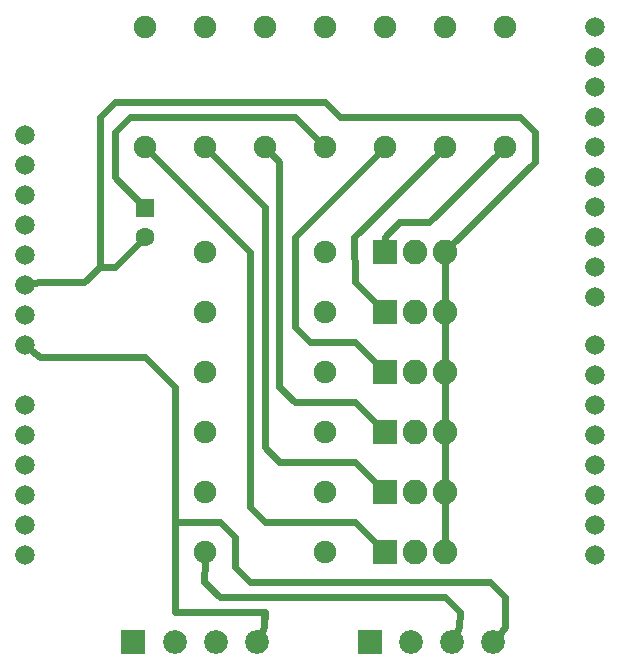
<source format=gtl>
G04 MADE WITH FRITZING*
G04 WWW.FRITZING.ORG*
G04 DOUBLE SIDED*
G04 HOLES PLATED*
G04 CONTOUR ON CENTER OF CONTOUR VECTOR*
%ASAXBY*%
%FSLAX23Y23*%
%MOIN*%
%OFA0B0*%
%SFA1.0B1.0*%
%ADD10C,0.065278*%
%ADD11C,0.062992*%
%ADD12C,0.082000*%
%ADD13C,0.079370*%
%ADD14C,0.075000*%
%ADD15R,0.062992X0.062992*%
%ADD16R,0.082000X0.082000*%
%ADD17R,0.079370X0.079370*%
%ADD18C,0.024000*%
%LNCOPPER1*%
G90*
G70*
G54D10*
X103Y771D03*
X103Y671D03*
X103Y571D03*
X103Y471D03*
X103Y371D03*
X2003Y1231D03*
X2003Y1331D03*
X2003Y1431D03*
X2003Y1531D03*
X2003Y1631D03*
X2003Y1731D03*
X2003Y1831D03*
X2003Y1931D03*
X2003Y2031D03*
X2003Y2131D03*
X2003Y371D03*
X2003Y471D03*
X2003Y571D03*
X2003Y671D03*
X2003Y771D03*
X2003Y871D03*
X2003Y971D03*
X2003Y1071D03*
X103Y1671D03*
X103Y1771D03*
X103Y1571D03*
X103Y1471D03*
X103Y1371D03*
X103Y1271D03*
X103Y1171D03*
X103Y1071D03*
X103Y871D03*
G54D11*
X503Y1529D03*
X503Y1431D03*
G54D12*
X1303Y981D03*
X1403Y981D03*
X1503Y981D03*
X1303Y1181D03*
X1403Y1181D03*
X1503Y1181D03*
X1303Y1381D03*
X1403Y1381D03*
X1503Y1381D03*
X1303Y381D03*
X1403Y381D03*
X1503Y381D03*
X1303Y581D03*
X1403Y581D03*
X1503Y581D03*
X1303Y781D03*
X1403Y781D03*
X1503Y781D03*
G54D13*
X465Y81D03*
X603Y81D03*
X741Y81D03*
X879Y81D03*
X1253Y81D03*
X1391Y81D03*
X1529Y81D03*
X1666Y81D03*
G54D14*
X1103Y981D03*
X703Y981D03*
X1103Y1181D03*
X703Y1181D03*
X1103Y1381D03*
X703Y1381D03*
X1103Y381D03*
X703Y381D03*
X1103Y581D03*
X703Y581D03*
X1103Y781D03*
X703Y781D03*
X903Y2131D03*
X903Y1731D03*
X703Y2131D03*
X703Y1731D03*
X503Y2131D03*
X503Y1731D03*
X1103Y1731D03*
X1103Y2131D03*
X1303Y2131D03*
X1303Y1731D03*
X1503Y2131D03*
X1503Y1731D03*
X1703Y2131D03*
X1703Y1731D03*
G54D15*
X503Y1529D03*
G54D16*
X1303Y981D03*
X1303Y1181D03*
X1303Y1381D03*
X1303Y381D03*
X1303Y581D03*
X1303Y781D03*
G54D17*
X465Y81D03*
X1253Y81D03*
G54D18*
X1452Y1481D02*
X1683Y1711D01*
D02*
X1303Y1413D02*
X1303Y1430D01*
D02*
X1352Y1481D02*
X1452Y1481D01*
D02*
X1303Y1430D02*
X1352Y1481D01*
D02*
X853Y1381D02*
X523Y1711D01*
D02*
X952Y682D02*
X903Y731D01*
D02*
X1204Y682D02*
X952Y682D01*
D02*
X903Y731D02*
X904Y1531D01*
D02*
X1281Y604D02*
X1204Y682D01*
D02*
X904Y1531D02*
X723Y1711D01*
D02*
X1204Y880D02*
X1004Y880D01*
D02*
X1004Y880D02*
X952Y932D01*
D02*
X952Y932D02*
X952Y1681D01*
D02*
X1281Y804D02*
X1204Y880D01*
D02*
X952Y1681D02*
X923Y1710D01*
D02*
X1053Y1081D02*
X1004Y1131D01*
D02*
X1204Y1081D02*
X1053Y1081D01*
D02*
X1004Y1131D02*
X1004Y1430D01*
D02*
X1280Y1004D02*
X1204Y1081D01*
D02*
X1004Y1430D02*
X1283Y1711D01*
D02*
X1204Y1282D02*
X1202Y1430D01*
D02*
X1281Y1204D02*
X1204Y1282D01*
D02*
X1202Y1430D02*
X1483Y1711D01*
D02*
X1204Y481D02*
X903Y481D01*
D02*
X903Y481D02*
X854Y530D01*
D02*
X854Y530D02*
X853Y1381D01*
D02*
X1280Y404D02*
X1204Y481D01*
D02*
X503Y1030D02*
X154Y1030D01*
D02*
X604Y932D02*
X503Y1030D01*
D02*
X903Y181D02*
X604Y181D01*
D02*
X604Y181D02*
X604Y932D01*
D02*
X902Y130D02*
X892Y109D01*
D02*
X902Y180D02*
X902Y130D01*
D02*
X604Y180D02*
X902Y180D01*
D02*
X604Y481D02*
X604Y180D01*
D02*
X803Y431D02*
X753Y481D01*
D02*
X753Y481D02*
X604Y481D01*
D02*
X803Y331D02*
X803Y431D01*
D02*
X1654Y282D02*
X854Y282D01*
D02*
X854Y282D02*
X803Y331D01*
D02*
X1685Y106D02*
X1703Y130D01*
D02*
X1703Y231D02*
X1654Y282D01*
D02*
X1703Y130D02*
X1703Y231D01*
D02*
X1552Y130D02*
X1542Y109D01*
D02*
X702Y282D02*
X753Y231D01*
D02*
X703Y352D02*
X702Y282D01*
D02*
X753Y231D02*
X1504Y231D01*
D02*
X1504Y231D02*
X1553Y181D01*
D02*
X1553Y181D02*
X1552Y130D01*
D02*
X154Y1030D02*
X127Y1051D01*
D02*
X892Y109D02*
X902Y130D01*
D02*
X902Y130D02*
X903Y181D01*
D02*
X354Y1830D02*
X403Y1881D01*
D02*
X1754Y1830D02*
X1803Y1781D01*
D02*
X354Y1332D02*
X354Y1830D01*
D02*
X1104Y1881D02*
X1153Y1830D01*
D02*
X1153Y1830D02*
X1754Y1830D01*
D02*
X153Y1282D02*
X302Y1280D01*
D02*
X134Y1278D02*
X153Y1282D01*
D02*
X1803Y1781D02*
X1803Y1680D01*
D02*
X1803Y1680D02*
X1526Y1404D01*
D02*
X403Y1881D02*
X1104Y1881D01*
D02*
X302Y1280D02*
X354Y1332D01*
D02*
X403Y1331D02*
X484Y1412D01*
D02*
X302Y1280D02*
X354Y1332D01*
D02*
X354Y1332D02*
X403Y1331D01*
D02*
X403Y1780D02*
X453Y1830D01*
D02*
X453Y1830D02*
X1003Y1830D01*
D02*
X484Y1548D02*
X403Y1631D01*
D02*
X403Y1631D02*
X403Y1780D01*
D02*
X1003Y1830D02*
X1083Y1751D01*
D02*
X1503Y1213D02*
X1503Y1349D01*
D02*
X1503Y1149D02*
X1503Y1013D01*
D02*
X1503Y949D02*
X1503Y813D01*
D02*
X1503Y749D02*
X1503Y613D01*
D02*
X1503Y549D02*
X1503Y413D01*
G04 End of Copper1*
M02*
</source>
